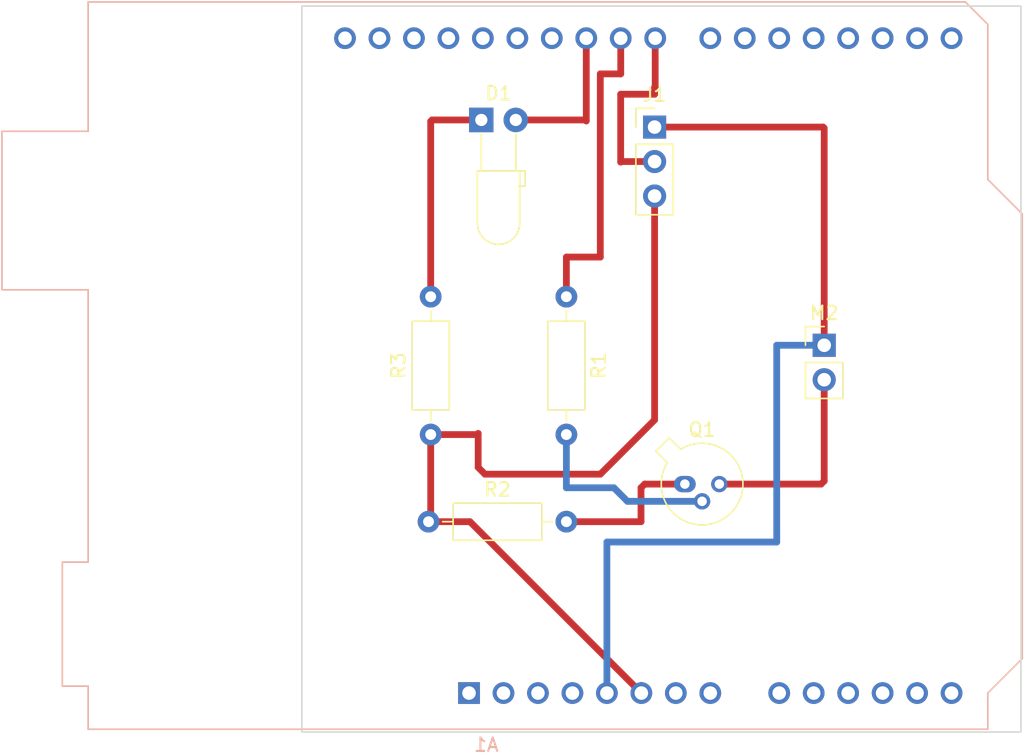
<source format=kicad_pcb>
(kicad_pcb (version 20241229) (generator "pcbnew") (generator_version "9.0")
  (layers (0 "F.Cu" signal) (2 "B.Cu" signal) (13 "F.Paste" user) (15 "B.Paste" user) (5 "F.SilkS" user "F.Silkscreen") (7 "B.SilkS" user "B.Silkscreen") (1 "F.Mask" user) (3 "B.Mask" user) (25 "Edge.Cuts" user))
  (net 0 "")
  (net 2 "Net-(D1-K)")
  (net 3 "Net-(M2--)")
  (net 4 "Net-(Q1-E)")
  (net 5 "GND")
  (net 6 "Net-(Q1-B)")
  (net 7 "/5v")
  (net 8 "/A5")
  (net 10 "/D12")
  (net 11 "/D13")
  (net 13 "/A1")
  (net 15 "/A3")
  (net 17 "/D0")
  (net 20 "/D1")
  (net 21 "/A0")
  (net 22 "/A4")
  (net 23 "/D4")
  (net 24 "/A2")
  (net 25 "/PWM11")
  (net 26 "/PWM10")
  (net 27 "/D3")
  (net 28 "/D2")
  (net 29 "/PWM8")
  (net 30 "/D6")
  (net 31 "/D5")
  (net 32 "/D7")
  (net 35 "/PWM9")
  (footprint "LED_THT:LED_D3.0mm_Horizontal_O3.81mm_Z2.0mm" (layer "F.Cu") (at 124.23 56.895)
    (property "Reference" "D1" (at 1.27 -1.96 0) (layer "F.SilkS"))
    (property "Value" "LED")
    (fp_line (start -0.29 3.75) (end -0.29 7.61) (stroke (width 0.12)) (layer "F.SilkS"))
    (fp_line (start -0.29 3.75) (end 2.83 3.75) (stroke (width 0.12)) (layer "F.SilkS"))
    (fp_line (start 0 1.08) (end 0 1.08) (stroke (width 0.12)) (layer "F.SilkS"))
    (fp_line (start 0 1.08) (end 0 3.75) (stroke (width 0.12)) (layer "F.SilkS"))
    (fp_line (start 0 3.75) (end 0 1.08) (stroke (width 0.12)) (layer "F.SilkS"))
    (fp_line (start 0 3.75) (end 0 3.75) (stroke (width 0.12)) (layer "F.SilkS"))
    (fp_line (start 2.54 1.08) (end 2.54 1.08) (stroke (width 0.12)) (layer "F.SilkS"))
    (fp_line (start 2.54 1.08) (end 2.54 3.75) (stroke (width 0.12)) (layer "F.SilkS"))
    (fp_line (start 2.54 3.75) (end 2.54 1.08) (stroke (width 0.12)) (layer "F.SilkS"))
    (fp_line (start 2.54 3.75) (end 2.54 3.75) (stroke (width 0.12)) (layer "F.SilkS"))
    (fp_line (start 2.83 3.75) (end 2.83 7.61) (stroke (width 0.12)) (layer "F.SilkS"))
    (fp_line (start 2.83 3.75) (end 3.23 3.75) (stroke (width 0.12)) (layer "F.SilkS"))
    (fp_line (start 2.83 4.87) (end 2.83 3.75) (stroke (width 0.12)) (layer "F.SilkS"))
    (fp_line (start 3.23 3.75) (end 3.23 4.87) (stroke (width 0.12)) (layer "F.SilkS"))
    (fp_line (start 3.23 4.87) (end 2.83 4.87) (stroke (width 0.12)) (layer "F.SilkS"))
    (fp_arc (start 2.83 7.61) (mid 1.27 9.17) (end -0.29 7.61) (stroke (width 0.12)) (layer "F.SilkS"))
    (pad "1" thru_hole rect (at 0 0) (size 1.8 1.8) (drill 0.9) (layers "*.Cu" "*.Mask") (net 2 "Net-(D1-K)"))
    (pad "2" thru_hole circle (at 2.54 0) (size 1.8 1.8) (drill 0.9) (layers "*.Cu" "*.Mask") (net 26 "/PWM10"))
  )
  (footprint "Connector_PinHeader_2.54mm:PinHeader_1x03_P2.54mm_Vertical" (layer "F.Cu") (at 137 57.42)
    (property "Reference" "J1" (at 0 -2.38 0) (layer "F.SilkS"))
    (property "Value" "IR receiver")
    (fp_line (start -1.38 -1.38) (end 0 -1.38) (stroke (width 0.12)) (layer "F.SilkS"))
    (fp_line (start -1.38 0) (end -1.38 -1.38) (stroke (width 0.12)) (layer "F.SilkS"))
    (fp_line (start -1.38 1.27) (end -1.38 6.46) (stroke (width 0.12)) (layer "F.SilkS"))
    (fp_line (start -1.38 1.27) (end 1.38 1.27) (stroke (width 0.12)) (layer "F.SilkS"))
    (fp_line (start -1.38 6.46) (end 1.38 6.46) (stroke (width 0.12)) (layer "F.SilkS"))
    (fp_line (start 1.38 1.27) (end 1.38 6.46) (stroke (width 0.12)) (layer "F.SilkS"))
    (pad "1" thru_hole rect (at 0 0) (size 1.7 1.7) (drill 1) (layers "*.Cu" "*.Mask") (net 7 "/5v"))
    (pad "2" thru_hole circle (at 0 2.54) (size 1.7 1.7) (drill 1) (layers "*.Cu" "*.Mask") (net 29 "/PWM8"))
    (pad "3" thru_hole circle (at 0 5.08) (size 1.7 1.7) (drill 1) (layers "*.Cu" "*.Mask") (net 5 "GND"))
  )
  (footprint "Resistor_THT:R_Axial_DIN0207_L6.3mm_D2.5mm_P10.16mm_Horizontal" (layer "F.Cu") (at 120.5 80.08 90)
    (property "Reference" "R3" (at 5.08 -2.37 90) (layer "F.SilkS"))
    (property "Value" "R_US")
    (fp_line (start 9.12 0) (end 8.35 0) (stroke (width 0.12)) (layer "F.SilkS"))
    (fp_line (start 1.04 0) (end 1.81 0) (stroke (width 0.12)) (layer "F.SilkS"))
    (fp_rect (start 1.81 -1.37) (end 8.35 1.37) (stroke (width 0.12)) (fill no) (layer "F.SilkS"))
    (pad "1" thru_hole circle (at 0 0 90) (size 1.6 1.6) (drill 0.8) (layers "*.Cu" "*.Mask") (net 5 "GND"))
    (pad "2" thru_hole circle (at 10.16 0 90) (size 1.6 1.6) (drill 0.8) (layers "*.Cu" "*.Mask") (net 2 "Net-(D1-K)"))
  )
  (footprint "Connector_PinHeader_2.54mm:PinHeader_1x02_P2.54mm_Vertical" (layer "F.Cu") (at 149.5 73.5)
    (property "Reference" "M2" (at 0 -2.38 0) (layer "F.SilkS"))
    (property "Value" "Motor_DC")
    (fp_line (start -1.38 -1.38) (end 0 -1.38) (stroke (width 0.12)) (layer "F.SilkS"))
    (fp_line (start -1.38 0) (end -1.38 -1.38) (stroke (width 0.12)) (layer "F.SilkS"))
    (fp_line (start -1.38 1.27) (end -1.38 3.92) (stroke (width 0.12)) (layer "F.SilkS"))
    (fp_line (start -1.38 1.27) (end 1.38 1.27) (stroke (width 0.12)) (layer "F.SilkS"))
    (fp_line (start -1.38 3.92) (end 1.38 3.92) (stroke (width 0.12)) (layer "F.SilkS"))
    (fp_line (start 1.38 1.27) (end 1.38 3.92) (stroke (width 0.12)) (layer "F.SilkS"))
    (pad "1" thru_hole rect (at 0 0) (size 1.7 1.7) (drill 1) (layers "*.Cu" "*.Mask") (net 7 "/5v"))
    (pad "2" thru_hole circle (at 0 2.54) (size 1.7 1.7) (drill 1) (layers "*.Cu" "*.Mask") (net 3 "Net-(M2--)"))
  )
  (footprint "Resistor_THT:R_Axial_DIN0207_L6.3mm_D2.5mm_P10.16mm_Horizontal" (layer "F.Cu") (at 130.5 69.92 -90)
    (property "Reference" "R1" (at 5.08 -2.37 90) (layer "F.SilkS"))
    (property "Value" "R_US")
    (fp_line (start 1.04 0) (end 1.81 0) (stroke (width 0.12)) (layer "F.SilkS"))
    (fp_line (start 9.12 0) (end 8.35 0) (stroke (width 0.12)) (layer "F.SilkS"))
    (fp_rect (start 1.81 -1.37) (end 8.35 1.37) (stroke (width 0.12)) (fill no) (layer "F.SilkS"))
    (pad "1" thru_hole circle (at 0 0 270) (size 1.6 1.6) (drill 0.8) (layers "*.Cu" "*.Mask") (net 35 "/PWM9"))
    (pad "2" thru_hole circle (at 10.16 0 270) (size 1.6 1.6) (drill 0.8) (layers "*.Cu" "*.Mask") (net 6 "Net-(Q1-B)"))
  )
  (footprint "Resistor_THT:R_Axial_DIN0207_L6.3mm_D2.5mm_P10.16mm_Horizontal" (layer "F.Cu") (at 120.34 86.5)
    (property "Reference" "R2" (at 5.08 -2.37 0) (layer "F.SilkS"))
    (property "Value" "R_US")
    (fp_line (start 1.04 0) (end 1.81 0) (stroke (width 0.12)) (layer "F.SilkS"))
    (fp_line (start 9.12 0) (end 8.35 0) (stroke (width 0.12)) (layer "F.SilkS"))
    (fp_rect (start 1.81 -1.37) (end 8.35 1.37) (stroke (width 0.12)) (fill no) (layer "F.SilkS"))
    (pad "1" thru_hole circle (at 0 0) (size 1.6 1.6) (drill 0.8) (layers "*.Cu" "*.Mask") (net 5 "GND"))
    (pad "2" thru_hole circle (at 10.16 0) (size 1.6 1.6) (drill 0.8) (layers "*.Cu" "*.Mask") (net 4 "Net-(Q1-E)"))
  )
  (footprint "Package_TO_SOT_THT:TO-18-3" (layer "F.Cu") (at 139.23 83.73)
    (property "Reference" "Q1" (at 1.27 -4.01 0) (layer "F.SilkS"))
    (property "Value" "BC107")
    (fp_line (start -2.130108 -2.424301) (end -1.289618 -1.583811) (stroke (width 0.12)) (layer "F.SilkS"))
    (fp_line (start -1.154301 -3.400108) (end -2.130108 -2.424301) (stroke (width 0.12)) (layer "F.SilkS"))
    (fp_line (start -0.313811 -2.559618) (end -1.154301 -3.400108) (stroke (width 0.12)) (layer "F.SilkS"))
    (fp_arc (start -0.313811 -2.559618) (mid 3.398391 2.128391) (end -1.289618 -1.583811) (stroke (width 0.12)) (layer "F.SilkS"))
    (pad "1" thru_hole oval (at 0 0) (size 1.6 1.2) (drill 0.7) (layers "*.Cu" "*.Mask") (net 4 "Net-(Q1-E)"))
    (pad "2" thru_hole circle (at 1.27 1.27) (size 1.2 1.2) (drill 0.7) (layers "*.Cu" "*.Mask") (net 6 "Net-(Q1-B)"))
    (pad "3" thru_hole circle (at 2.54 0) (size 1.2 1.2) (drill 0.7) (layers "*.Cu" "*.Mask") (net 3 "Net-(M2--)"))
  )
  (footprint "Module:Arduino_UNO_R3" (layer "B.Cu") (at 123.325 99.13)
    (property "Reference" "A1" (at 1.27 3.81 0) (layer "B.SilkS") (effects (justify mirror)))
    (property "Value" "Arduino_UNO_R3")
    (fp_line (start -34.42 -41.4) (end -28.07 -41.4) (stroke (width 0.12)) (layer "B.SilkS"))
    (fp_line (start -34.42 -29.72) (end -34.42 -41.4) (stroke (width 0.12)) (layer "B.SilkS"))
    (fp_line (start -29.97 -9.65) (end -28.07 -9.65) (stroke (width 0.12)) (layer "B.SilkS"))
    (fp_line (start -29.97 -0.51) (end -29.97 -9.65) (stroke (width 0.12)) (layer "B.SilkS"))
    (fp_line (start -28.07 -50.93) (end 36.58 -50.93) (stroke (width 0.12)) (layer "B.SilkS"))
    (fp_line (start -28.07 -41.4) (end -28.07 -50.93) (stroke (width 0.12)) (layer "B.SilkS"))
    (fp_line (start -28.07 -29.72) (end -34.42 -29.72) (stroke (width 0.12)) (layer "B.SilkS"))
    (fp_line (start -28.07 -9.65) (end -28.07 -29.72) (stroke (width 0.12)) (layer "B.SilkS"))
    (fp_line (start -28.07 -0.51) (end -29.97 -0.51) (stroke (width 0.12)) (layer "B.SilkS"))
    (fp_line (start -28.07 2.67) (end -28.07 -0.51) (stroke (width 0.12)) (layer "B.SilkS"))
    (fp_line (start 36.58 -50.93) (end 38.23 -49.28) (stroke (width 0.12)) (layer "B.SilkS"))
    (fp_line (start 38.23 -49.28) (end 38.23 -37.85) (stroke (width 0.12)) (layer "B.SilkS"))
    (fp_line (start 38.23 -37.85) (end 40.77 -35.31) (stroke (width 0.12)) (layer "B.SilkS"))
    (fp_line (start 38.23 0) (end 38.23 2.67) (stroke (width 0.12)) (layer "B.SilkS"))
    (fp_line (start 38.23 2.67) (end -28.07 2.67) (stroke (width 0.12)) (layer "B.SilkS"))
    (fp_line (start 40.77 -35.31) (end 40.77 -2.54) (stroke (width 0.12)) (layer "B.SilkS"))
    (fp_line (start 40.77 -2.54) (end 38.23 0) (stroke (width 0.12)) (layer "B.SilkS"))
    (pad "1" thru_hole rect (at 0 0 270) (size 1.6 1.6) (drill 1) (layers "*.Cu" "*.Mask"))
    (pad "2" thru_hole oval (at 2.54 0 270) (size 1.6 1.6) (drill 1) (layers "*.Cu" "*.Mask"))
    (pad "3" thru_hole oval (at 5.08 0 270) (size 1.6 1.6) (drill 1) (layers "*.Cu" "*.Mask"))
    (pad "4" thru_hole oval (at 7.62 0 270) (size 1.6 1.6) (drill 1) (layers "*.Cu" "*.Mask"))
    (pad "5" thru_hole oval (at 10.16 0 270) (size 1.6 1.6) (drill 1) (layers "*.Cu" "*.Mask") (net 7 "/5v"))
    (pad "6" thru_hole oval (at 12.7 0 270) (size 1.6 1.6) (drill 1) (layers "*.Cu" "*.Mask") (net 5 "GND"))
    (pad "7" thru_hole oval (at 15.24 0 270) (size 1.6 1.6) (drill 1) (layers "*.Cu" "*.Mask") (net 5 "GND"))
    (pad "8" thru_hole oval (at 17.78 0 270) (size 1.6 1.6) (drill 1) (layers "*.Cu" "*.Mask"))
    (pad "9" thru_hole oval (at 22.86 0 270) (size 1.6 1.6) (drill 1) (layers "*.Cu" "*.Mask") (net 21 "/A0"))
    (pad "10" thru_hole oval (at 25.4 0 270) (size 1.6 1.6) (drill 1) (layers "*.Cu" "*.Mask") (net 13 "/A1"))
    (pad "11" thru_hole oval (at 27.94 0 270) (size 1.6 1.6) (drill 1) (layers "*.Cu" "*.Mask") (net 24 "/A2"))
    (pad "12" thru_hole oval (at 30.48 0 270) (size 1.6 1.6) (drill 1) (layers "*.Cu" "*.Mask") (net 15 "/A3"))
    (pad "13" thru_hole oval (at 33.02 0 270) (size 1.6 1.6) (drill 1) (layers "*.Cu" "*.Mask") (net 22 "/A4"))
    (pad "14" thru_hole oval (at 35.56 0 270) (size 1.6 1.6) (drill 1) (layers "*.Cu" "*.Mask") (net 8 "/A5"))
    (pad "15" thru_hole oval (at 35.56 -48.26 270) (size 1.6 1.6) (drill 1) (layers "*.Cu" "*.Mask") (net 17 "/D0"))
    (pad "16" thru_hole oval (at 33.02 -48.26 270) (size 1.6 1.6) (drill 1) (layers "*.Cu" "*.Mask") (net 20 "/D1"))
    (pad "17" thru_hole oval (at 30.48 -48.26 270) (size 1.6 1.6) (drill 1) (layers "*.Cu" "*.Mask") (net 28 "/D2"))
    (pad "18" thru_hole oval (at 27.94 -48.26 270) (size 1.6 1.6) (drill 1) (layers "*.Cu" "*.Mask") (net 27 "/D3"))
    (pad "19" thru_hole oval (at 25.4 -48.26 270) (size 1.6 1.6) (drill 1) (layers "*.Cu" "*.Mask") (net 23 "/D4"))
    (pad "20" thru_hole oval (at 22.86 -48.26 270) (size 1.6 1.6) (drill 1) (layers "*.Cu" "*.Mask") (net 31 "/D5"))
    (pad "21" thru_hole oval (at 20.32 -48.26 270) (size 1.6 1.6) (drill 1) (layers "*.Cu" "*.Mask") (net 30 "/D6"))
    (pad "22" thru_hole oval (at 17.78 -48.26 270) (size 1.6 1.6) (drill 1) (layers "*.Cu" "*.Mask") (net 32 "/D7"))
    (pad "23" thru_hole oval (at 13.72 -48.26 270) (size 1.6 1.6) (drill 1) (layers "*.Cu" "*.Mask") (net 29 "/PWM8"))
    (pad "24" thru_hole oval (at 11.18 -48.26 270) (size 1.6 1.6) (drill 1) (layers "*.Cu" "*.Mask") (net 35 "/PWM9"))
    (pad "25" thru_hole oval (at 8.64 -48.26 270) (size 1.6 1.6) (drill 1) (layers "*.Cu" "*.Mask") (net 26 "/PWM10"))
    (pad "26" thru_hole oval (at 6.1 -48.26 270) (size 1.6 1.6) (drill 1) (layers "*.Cu" "*.Mask") (net 25 "/PWM11"))
    (pad "27" thru_hole oval (at 3.56 -48.26 270) (size 1.6 1.6) (drill 1) (layers "*.Cu" "*.Mask") (net 10 "/D12"))
    (pad "28" thru_hole oval (at 1.02 -48.26 270) (size 1.6 1.6) (drill 1) (layers "*.Cu" "*.Mask") (net 11 "/D13"))
    (pad "29" thru_hole oval (at -1.52 -48.26 270) (size 1.6 1.6) (drill 1) (layers "*.Cu" "*.Mask"))
    (pad "30" thru_hole oval (at -4.06 -48.26 270) (size 1.6 1.6) (drill 1) (layers "*.Cu" "*.Mask"))
    (pad "31" thru_hole oval (at -6.6 -48.26 270) (size 1.6 1.6) (drill 1) (layers "*.Cu" "*.Mask"))
    (pad "32" thru_hole oval (at -9.14 -48.26 270) (size 1.6 1.6) (drill 1) (layers "*.Cu" "*.Mask"))
  )
  (gr_rect (start 111 48.5) (end 164 102) (stroke (width 0.1)) (fill no) (layer "Edge.Cuts"))
  (segment (start 120.605 56.895) (end 120.5 57) (width 0.5) (layer "F.Cu") (net 2))
  (segment (start 124.23 56.895) (end 120.605 56.895) (width 0.5) (layer "F.Cu") (net 2))
  (segment (start 120.5 57) (end 120.5 69.92) (width 0.5) (layer "F.Cu") (net 2))
  (segment (start 149.5 83.5) (end 149.5 76.04) (width 0.5) (layer "F.Cu") (net 3))
  (segment (start 141.77 83.73) (end 149.27 83.73) (width 0.5) (layer "F.Cu") (net 3))
  (segment (start 149.27 83.73) (end 149.5 83.5) (width 0.5) (layer "F.Cu") (net 3))
  (segment (start 136 84) (end 136.27 83.73) (width 0.5) (layer "F.Cu") (net 4))
  (segment (start 136.27 83.73) (end 139.23 83.73) (width 0.5) (layer "F.Cu") (net 4))
  (segment (start 130.5 86.5) (end 136 86.5) (width 0.5) (layer "F.Cu") (net 4))
  (segment (start 136 86.5) (end 136 84) (width 0.5) (layer "F.Cu") (net 4))
  (segment (start 120.5 80.08) (end 120.5 86.34) (width 0.5) (layer "F.Cu") (net 5))
  (segment (start 120.34 86.5) (end 123.395 86.5) (width 0.5) (layer "F.Cu") (net 5))
  (segment (start 137 62.5) (end 137 79) (width 0.5) (layer "F.Cu") (net 5))
  (segment (start 124.5 83) (end 124 82.5) (width 0.5) (layer "F.Cu") (net 5))
  (segment (start 123.395 86.5) (end 136.025 99.13) (width 0.5) (layer "F.Cu") (net 5))
  (segment (start 137 79) (end 133 83) (width 0.5) (layer "F.Cu") (net 5))
  (segment (start 124 80) (end 123.92 80.08) (width 0.5) (layer "F.Cu") (net 5))
  (segment (start 120.5 86.34) (end 120.34 86.5) (width 0.5) (layer "F.Cu") (net 5))
  (segment (start 133 83) (end 124.5 83) (width 0.5) (layer "F.Cu") (net 5))
  (segment (start 123.92 80.08) (end 120.5 80.08) (width 0.5) (layer "F.Cu") (net 5))
  (segment (start 124 82.5) (end 124 80) (width 0.5) (layer "F.Cu") (net 5))
  (segment (start 136.025 98.565) (end 136.025 99.13) (width 0.5) (layer "F.Cu") (net 5))
  (segment (start 134 84) (end 135 85) (width 0.5) (layer "B.Cu") (net 6))
  (segment (start 135 85) (end 140.5 85) (width 0.5) (layer "B.Cu") (net 6))
  (segment (start 130.5 80.08) (end 130.5 84) (width 0.5) (layer "B.Cu") (net 6))
  (segment (start 130.5 84) (end 134 84) (width 0.5) (layer "B.Cu") (net 6))
  (segment (start 137 57.42) (end 149.42 57.42) (width 0.5) (layer "F.Cu") (net 7))
  (segment (start 149.42 57.42) (end 149.5 57.5) (width 0.5) (layer "F.Cu") (net 7))
  (segment (start 149.5 57.5) (end 149.5 73.5) (width 0.5) (layer "F.Cu") (net 7))
  (segment (start 146 88) (end 146 73.5) (width 0.5) (layer "B.Cu") (net 7))
  (segment (start 133.485 99.13) (end 133.485 88.015) (width 0.5) (layer "B.Cu") (net 7))
  (segment (start 133.5 88) (end 146 88) (width 0.5) (layer "B.Cu") (net 7))
  (segment (start 133.485 88.015) (end 133.5 88) (width 0.5) (layer "B.Cu") (net 7))
  (segment (start 146 73.5) (end 149.5 73.5) (width 0.5) (layer "B.Cu") (net 7))
  (segment (start 126.77 56.895) (end 131.895 56.895) (width 0.5) (layer "F.Cu") (net 26))
  (segment (start 131.965 56.965) (end 131.965 50.87) (width 0.5) (layer "F.Cu") (net 26))
  (segment (start 131.895 56.895) (end 131.965 56.965) (width 0.5) (layer "F.Cu") (net 26))
  (segment (start 137 55) (end 137 54.5) (width 0.5) (layer "F.Cu") (net 29))
  (segment (start 137 54.5) (end 137.045 54.455) (width 0.5) (layer "F.Cu") (net 29))
  (segment (start 137 59.96) (end 134.54 59.96) (width 0.5) (layer "F.Cu") (net 29))
  (segment (start 134.5 55) (end 137 55) (width 0.5) (layer "F.Cu") (net 29))
  (segment (start 134.5 60) (end 134.5 55) (width 0.5) (layer "F.Cu") (net 29))
  (segment (start 134.54 59.96) (end 134.5 60) (width 0.5) (layer "F.Cu") (net 29))
  (segment (start 137.045 54.455) (end 137.045 50.87) (width 0.5) (layer "F.Cu") (net 29))
  (segment (start 130.5 67) (end 130.5 69.92) (width 0.5) (layer "F.Cu") (net 35))
  (segment (start 133 53.5) (end 133 67) (width 0.5) (layer "F.Cu") (net 35))
  (segment (start 134.505 53.495) (end 134.5 53.5) (width 0.5) (layer "F.Cu") (net 35))
  (segment (start 134.5 53.5) (end 133 53.5) (width 0.5) (layer "F.Cu") (net 35))
  (segment (start 134.505 50.87) (end 134.505 53.495) (width 0.5) (layer "F.Cu") (net 35))
  (segment (start 133 67) (end 130.5 67) (width 0.5) (layer "F.Cu") (net 35))
)
</source>
